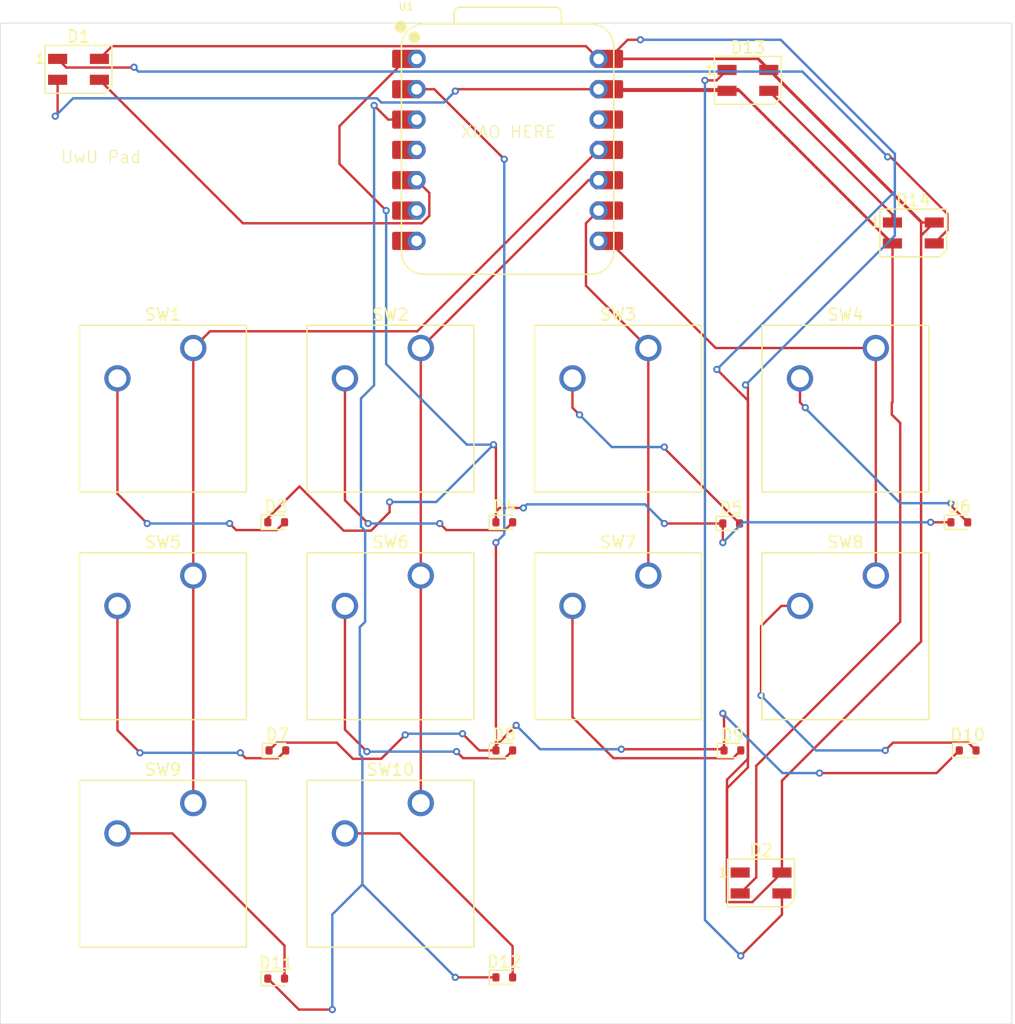
<source format=kicad_pcb>
(kicad_pcb (version 20241229) (generator "pcbnew") (generator_version "9.0")
  (layers (0 "F.Cu" signal) (2 "B.Cu" signal) (13 "F.Paste" user) (15 "B.Paste" user) (5 "F.SilkS" user "F.Silkscreen") (7 "B.SilkS" user "B.Silkscreen") (1 "F.Mask" user) (3 "B.Mask" user) (25 "Edge.Cuts" user))
  (net 0 "")
  (net 1 "Net-(D1-DOUT)")
  (net 2 "+5V")
  (net 3 "LEDs")
  (net 4 "GND")
  (net 6 "Net-(D13-DOUT)")
  (net 7 "ROW 0")
  (net 8 "Net-(D3-A)")
  (net 9 "Net-(D4-A)")
  (net 10 "Net-(D5-A)")
  (net 11 "Net-(D6-A)")
  (net 15 "ROW 1")
  (net 16 "Net-(D7-A)")
  (net 17 "Net-(D8-A)")
  (net 18 "Net-(D9-A)")
  (net 19 "Net-(D10-A)")
  (net 20 "Net-(D11-A)")
  (net 21 "ROW 2")
  (net 22 "Net-(D12-A)")
  (net 23 "Net-(D13-DIN)")
  (net 24 "COL 0")
  (net 25 "COL 1")
  (net 26 "COL 2")
  (net 27 "COL 3")
  (footprint "Button_Switch_Keyboard:SW_Cherry_MX_1.00u_PCB" (layer "F.Cu") (at 76.35875 104.4575)
    (property "Reference" "SW5" (at -2.54 -2.794 0) (layer "F.SilkS"))
    (property "Value" "SW_Push")
    (fp_line (start -9.525 -1.905) (end 4.445 -1.905) (stroke (width 0.12)) (layer "F.SilkS"))
    (fp_line (start -9.525 12.065) (end -9.525 -1.905) (stroke (width 0.12)) (layer "F.SilkS"))
    (fp_line (start 4.445 -1.905) (end 4.445 12.065) (stroke (width 0.12)) (layer "F.SilkS"))
    (fp_line (start 4.445 12.065) (end -9.525 12.065) (stroke (width 0.12)) (layer "F.SilkS"))
    (pad "" np_thru_hole circle (at -7.62 5.08) (size 1.7 1.7) (drill 1.7) (layers "*.Cu" "*.Mask"))
    (pad "" np_thru_hole circle (at -2.54 5.08) (size 4 4) (drill 4) (layers "*.Cu" "*.Mask"))
    (pad "" np_thru_hole circle (at 2.54 5.08) (size 1.7 1.7) (drill 1.7) (layers "*.Cu" "*.Mask"))
    (pad "1" thru_hole circle (at 0 0) (size 2.2 2.2) (drill 1.5) (layers "*.Cu" "*.Mask") (net 24 "COL 0"))
    (pad "2" thru_hole circle (at -6.35 2.54) (size 2.2 2.2) (drill 1.5) (layers "*.Cu" "*.Mask") (net 16 "Net-(D7-A)"))
  )
  (footprint "Button_Switch_Keyboard:SW_Cherry_MX_1.00u_PCB" (layer "F.Cu") (at 76.35875 85.4075)
    (property "Reference" "SW1" (at -2.54 -2.794 0) (layer "F.SilkS"))
    (property "Value" "SW_Push")
    (fp_line (start -9.525 -1.905) (end 4.445 -1.905) (stroke (width 0.12)) (layer "F.SilkS"))
    (fp_line (start -9.525 12.065) (end -9.525 -1.905) (stroke (width 0.12)) (layer "F.SilkS"))
    (fp_line (start 4.445 -1.905) (end 4.445 12.065) (stroke (width 0.12)) (layer "F.SilkS"))
    (fp_line (start 4.445 12.065) (end -9.525 12.065) (stroke (width 0.12)) (layer "F.SilkS"))
    (pad "" np_thru_hole circle (at -7.62 5.08) (size 1.7 1.7) (drill 1.7) (layers "*.Cu" "*.Mask"))
    (pad "" np_thru_hole circle (at -2.54 5.08) (size 4 4) (drill 4) (layers "*.Cu" "*.Mask"))
    (pad "" np_thru_hole circle (at 2.54 5.08) (size 1.7 1.7) (drill 1.7) (layers "*.Cu" "*.Mask"))
    (pad "1" thru_hole circle (at 0 0) (size 2.2 2.2) (drill 1.5) (layers "*.Cu" "*.Mask") (net 24 "COL 0"))
    (pad "2" thru_hole circle (at -6.35 2.54) (size 2.2 2.2) (drill 1.5) (layers "*.Cu" "*.Mask") (net 8 "Net-(D3-A)"))
  )
  (footprint "Diode_SMD:D_SOD-523" (layer "F.Cu") (at 121.5 119.1)
    (property "Reference" "D9" (at 0 -1.3 0) (layer "F.SilkS"))
    (property "Value" "1N4148WT")
    (fp_line (start -1.26 -0.6) (end -1.26 0.6) (stroke (width 0.12)) (layer "F.SilkS"))
    (fp_line (start 0.7 -0.6) (end -1.26 -0.6) (stroke (width 0.12)) (layer "F.SilkS"))
    (fp_line (start 0.7 0.6) (end -1.26 0.6) (stroke (width 0.12)) (layer "F.SilkS"))
    (pad "1" smd roundrect (at -0.7 0 180) (size 0.6 0.7) (layers "F.Cu" "F.Mask" "F.Paste") (net 15 "ROW 1"))
    (pad "2" smd roundrect (at 0.7 0 180) (size 0.6 0.7) (layers "F.Cu" "F.Mask" "F.Paste") (net 18 "Net-(D9-A)"))
  )
  (footprint "LED_SMD:LED_SK6812MINI_PLCC4_3.5x3.5mm_P1.75mm" (layer "F.Cu") (at 136.65 75.775)
    (property "Reference" "D14" (at 0 -2.75 0) (layer "F.SilkS"))
    (property "Value" "SK6812MINI")
    (fp_line (start -2.8 -2) (end -2.8 2) (stroke (width 0.12)) (layer "F.SilkS"))
    (fp_line (start -2.8 -2) (end 2.8 -2) (stroke (width 0.12)) (layer "F.SilkS"))
    (fp_line (start -2.8 2) (end 2.2 2) (stroke (width 0.12)) (layer "F.SilkS"))
    (fp_line (start 2.8 1.4) (end 2.2 2) (stroke (width 0.12)) (layer "F.SilkS"))
    (fp_line (start 2.8 1.4) (end 2.8 -2) (stroke (width 0.12)) (layer "F.SilkS"))
    (fp_text user "1" (at -3.2 -0.875 0) (layer "F.SilkS") (effects (font (size 0.8 0.8))))
    (pad "1" smd rect (at -1.75 -0.875) (size 1.6 0.85) (layers "F.Cu" "F.Mask" "F.Paste") (net 23 "Net-(D13-DIN)"))
    (pad "2" smd rect (at -1.75 0.875) (size 1.6 0.85) (layers "F.Cu" "F.Mask" "F.Paste") (net 4 "GND"))
    (pad "3" smd rect (at 1.75 0.875) (size 1.6 0.85) (layers "F.Cu" "F.Mask" "F.Paste") (net 1 "Net-(D1-DOUT)"))
    (pad "4" smd rect (at 1.75 -0.875) (size 1.6 0.85) (layers "F.Cu" "F.Mask" "F.Paste") (net 2 "+5V"))
  )
  (footprint "OPL:XIAO-RP2040-DIP" (layer "F.Cu") (at 102.68 68.82)
    (property "Reference" "U1" (at -8.5 -12 0) (layer "F.SilkS") (effects (font (size 0.635 0.635) (thickness 0.1016))))
    (property "Value" "XIAO-RP2040-DIP")
    (fp_line (start -8.89 8.509) (end -8.89 -8.636) (stroke (width 0.127)) (layer "F.SilkS"))
    (fp_line (start -6.985 10.414) (end 6.985 10.414) (stroke (width 0.127)) (layer "F.SilkS"))
    (fp_line (start -4.495 -10.541) (end -4.491272 -11.451272) (stroke (width 0.127)) (layer "F.SilkS"))
    (fp_line (start -3.991272 -11.951) (end 4.004 -11.951) (stroke (width 0.127)) (layer "F.SilkS"))
    (fp_line (start 4.504 -11.451) (end 4.504 -10.541) (stroke (width 0.127)) (layer "F.SilkS"))
    (fp_line (start 6.985 -10.541) (end -6.985 -10.541) (stroke (width 0.1)) (layer "F.SilkS"))
    (fp_line (start 6.985 -10.541) (end -6.985 -10.541) (stroke (width 0.127)) (layer "F.SilkS"))
    (fp_line (start 8.89 8.509) (end 8.89 -8.636) (stroke (width 0.127)) (layer "F.SilkS"))
    (fp_arc (start -8.89 -8.636) (mid -8.332038 -9.983038) (end -6.985 -10.541) (stroke (width 0.127)) (layer "F.SilkS"))
    (fp_arc (start -6.985 10.414) (mid -8.332038 9.856038) (end -8.89 8.509) (stroke (width 0.127)) (layer "F.SilkS"))
    (fp_arc (start -4.491272 -11.451272) (mid -4.344728 -11.80464) (end -3.991272 -11.951) (stroke (width 0.127)) (layer "F.SilkS"))
    (fp_arc (start 4.004 -11.951) (mid 4.357553 -11.804553) (end 4.504 -11.451) (stroke (width 0.127)) (layer "F.SilkS"))
    (fp_arc (start 6.985 -10.541) (mid 8.332038 -9.983038) (end 8.89 -8.636) (stroke (width 0.127)) (layer "F.SilkS"))
    (fp_arc (start 8.89 8.509) (mid 8.332038 9.856038) (end 6.985 10.414) (stroke (width 0.127)) (layer "F.SilkS"))
    (fp_circle (center -8.95 -10.3) (end -8.95 -10.554) (stroke (width 0.5)) (fill yes) (layer "F.SilkS"))
    (fp_circle (center -7.807 -9.42) (end -7.807 -9.674) (stroke (width 0.5)) (fill yes) (layer "F.SilkS"))
    (pad "1" smd roundrect (at -8.455 -7.62 180) (size 2.432 1.524) (layers "F.Cu" "F.Mask") (roundrect_rratio 0.1) (net 7 "ROW 0"))
    (pad "1" thru_hole circle (at -7.62 -7.62 180) (size 1.524 1.524) (drill 0.889) (layers "*.Cu" "*.Mask") (net 7 "ROW 0"))
    (pad "2" smd roundrect (at -8.455 -5.08 180) (size 2.432 1.524) (layers "F.Cu" "F.Mask") (roundrect_rratio 0.1) (net 15 "ROW 1"))
    (pad "2" thru_hole circle (at -7.62 -5.08 180) (size 1.524 1.524) (drill 0.889) (layers "*.Cu" "*.Mask") (net 15 "ROW 1"))
    (pad "3" smd roundrect (at -8.455 -2.54 180) (size 2.432 1.524) (layers "F.Cu" "F.Mask") (roundrect_rratio 0.1) (net 21 "ROW 2"))
    (pad "3" thru_hole circle (at -7.62 -2.54 180) (size 1.524 1.524) (drill 0.889) (layers "*.Cu" "*.Mask") (net 21 "ROW 2"))
    (pad "4" smd roundrect (at -8.455 0 180) (size 2.432 1.524) (layers "F.Cu" "F.Mask") (roundrect_rratio 0.1))
    (pad "4" thru_hole circle (at -7.62 0 180) (size 1.524 1.524) (drill 0.889) (layers "*.Cu" "*.Mask"))
    (pad "5" smd roundrect (at -8.455 2.54 180) (size 2.432 1.524) (layers "F.Cu" "F.Mask") (roundrect_rratio 0.1) (net 3 "LEDs"))
    (pad "5" thru_hole circle (at -7.62 2.54 180) (size 1.524 1.524) (drill 0.889) (layers "*.Cu" "*.Mask") (net 3 "LEDs"))
    (pad "6" smd roundrect (at -8.455 5.08 180) (size 2.432 1.524) (layers "F.Cu" "F.Mask") (roundrect_rratio 0.1))
    (pad "6" thru_hole circle (at -7.62 5.08 180) (size 1.524 1.524) (drill 0.889) (layers "*.Cu" "*.Mask"))
    (pad "7" smd roundrect (at -8.455 7.62 180) (size 2.432 1.524) (layers "F.Cu" "F.Mask") (roundrect_rratio 0.1))
    (pad "7" thru_hole circle (at -7.62 7.62 180) (size 1.524 1.524) (drill 0.889) (layers "*.Cu" "*.Mask"))
    (pad "8" thru_hole circle (at 7.62 7.62) (size 1.524 1.524) (drill 0.889) (layers "*.Cu" "*.Mask") (net 27 "COL 3"))
    (pad "8" smd roundrect (at 8.455 7.62) (size 2.432 1.524) (layers "F.Cu" "F.Mask") (roundrect_rratio 0.1) (net 27 "COL 3"))
    (pad "9" thru_hole circle (at 7.62 5.08) (size 1.524 1.524) (drill 0.889) (layers "*.Cu" "*.Mask") (net 26 "COL 2"))
    (pad "9" smd roundrect (at 8.455 5.08) (size 2.432 1.524) (layers "F.Cu" "F.Mask") (roundrect_rratio 0.1) (net 26 "COL 2"))
    (pad "10" thru_hole circle (at 7.62 2.54) (size 1.524 1.524) (drill 0.889) (layers "*.Cu" "*.Mask") (net 25 "COL 1"))
    (pad "10" smd roundrect (at 8.455 2.54) (size 2.432 1.524) (layers "F.Cu" "F.Mask") (roundrect_rratio 0.1) (net 25 "COL 1"))
    (pad "11" thru_hole circle (at 7.62 0) (size 1.524 1.524) (drill 0.889) (layers "*.Cu" "*.Mask") (net 24 "COL 0"))
    (pad "11" smd roundrect (at 8.455 0) (size 2.432 1.524) (layers "F.Cu" "F.Mask") (roundrect_rratio 0.1) (net 24 "COL 0"))
    (pad "12" thru_hole circle (at 7.62 -2.54) (size 1.524 1.524) (drill 0.889) (layers "*.Cu" "*.Mask"))
    (pad "12" smd roundrect (at 8.455 -2.54) (size 2.432 1.524) (layers "F.Cu" "F.Mask") (roundrect_rratio 0.1))
    (pad "13" thru_hole circle (at 7.62 -5.08) (size 1.524 1.524) (drill 0.889) (layers "*.Cu" "*.Mask") (net 4 "GND"))
    (pad "13" smd roundrect (at 8.455 -5.08) (size 2.432 1.524) (layers "F.Cu" "F.Mask") (roundrect_rratio 0.1) (net 4 "GND"))
    (pad "14" thru_hole circle (at 7.62 -7.62) (size 1.524 1.524) (drill 0.889) (layers "*.Cu" "*.Mask") (net 2 "+5V"))
    (pad "14" smd roundrect (at 8.455 -7.62) (size 2.432 1.524) (layers "F.Cu" "F.Mask") (roundrect_rratio 0.1) (net 2 "+5V"))
  )
  (footprint "LED_SMD:LED_SK6812MINI_PLCC4_3.5x3.5mm_P1.75mm" (layer "F.Cu") (at 66.75 62.075)
    (property "Reference" "D1" (at 0 -2.75 0) (layer "F.SilkS"))
    (property "Value" "SK6812MINI")
    (fp_line (start -2.8 -2) (end -2.8 2) (stroke (width 0.12)) (layer "F.SilkS"))
    (fp_line (start -2.8 -2) (end 2.8 -2) (stroke (width 0.12)) (layer "F.SilkS"))
    (fp_line (start -2.8 2) (end 2.2 2) (stroke (width 0.12)) (layer "F.SilkS"))
    (fp_line (start 2.8 1.4) (end 2.2 2) (stroke (width 0.12)) (layer "F.SilkS"))
    (fp_line (start 2.8 1.4) (end 2.8 -2) (stroke (width 0.12)) (layer "F.SilkS"))
    (fp_text user "1" (at -3.2 -0.875 0) (layer "F.SilkS") (effects (font (size 0.8 0.8))))
    (pad "1" smd rect (at -1.75 -0.875) (size 1.6 0.85) (layers "F.Cu" "F.Mask" "F.Paste") (net 1 "Net-(D1-DOUT)"))
    (pad "2" smd rect (at -1.75 0.875) (size 1.6 0.85) (layers "F.Cu" "F.Mask" "F.Paste") (net 4 "GND"))
    (pad "3" smd rect (at 1.75 0.875) (size 1.6 0.85) (layers "F.Cu" "F.Mask" "F.Paste") (net 3 "LEDs"))
    (pad "4" smd rect (at 1.75 -0.875) (size 1.6 0.85) (layers "F.Cu" "F.Mask" "F.Paste") (net 2 "+5V"))
  )
  (footprint "Diode_SMD:D_SOD-523" (layer "F.Cu") (at 121.4 100.1)
    (property "Reference" "D5" (at 0 -1.3 0) (layer "F.SilkS"))
    (property "Value" "1N4148WT")
    (fp_line (start -1.26 -0.6) (end -1.26 0.6) (stroke (width 0.12)) (layer "F.SilkS"))
    (fp_line (start 0.7 -0.6) (end -1.26 -0.6) (stroke (width 0.12)) (layer "F.SilkS"))
    (fp_line (start 0.7 0.6) (end -1.26 0.6) (stroke (width 0.12)) (layer "F.SilkS"))
    (pad "1" smd roundrect (at -0.7 0 180) (size 0.6 0.7) (layers "F.Cu" "F.Mask" "F.Paste") (net 7 "ROW 0"))
    (pad "2" smd roundrect (at 0.7 0 180) (size 0.6 0.7) (layers "F.Cu" "F.Mask" "F.Paste") (net 10 "Net-(D5-A)"))
  )
  (footprint "Button_Switch_Keyboard:SW_Cherry_MX_1.00u_PCB" (layer "F.Cu") (at 95.40875 123.5075)
    (property "Reference" "SW10" (at -2.54 -2.794 0) (layer "F.SilkS"))
    (property "Value" "SW_Push")
    (fp_line (start -9.525 -1.905) (end 4.445 -1.905) (stroke (width 0.12)) (layer "F.SilkS"))
    (fp_line (start -9.525 12.065) (end -9.525 -1.905) (stroke (width 0.12)) (layer "F.SilkS"))
    (fp_line (start 4.445 -1.905) (end 4.445 12.065) (stroke (width 0.12)) (layer "F.SilkS"))
    (fp_line (start 4.445 12.065) (end -9.525 12.065) (stroke (width 0.12)) (layer "F.SilkS"))
    (pad "" np_thru_hole circle (at -7.62 5.08) (size 1.7 1.7) (drill 1.7) (layers "*.Cu" "*.Mask"))
    (pad "" np_thru_hole circle (at -2.54 5.08) (size 4 4) (drill 4) (layers "*.Cu" "*.Mask"))
    (pad "" np_thru_hole circle (at 2.54 5.08) (size 1.7 1.7) (drill 1.7) (layers "*.Cu" "*.Mask"))
    (pad "1" thru_hole circle (at 0 0) (size 2.2 2.2) (drill 1.5) (layers "*.Cu" "*.Mask") (net 25 "COL 1"))
    (pad "2" thru_hole circle (at -6.35 2.54) (size 2.2 2.2) (drill 1.5) (layers "*.Cu" "*.Mask") (net 22 "Net-(D12-A)"))
  )
  (footprint "Diode_SMD:D_SOD-523" (layer "F.Cu") (at 83.4 119.1)
    (property "Reference" "D7" (at 0 -1.3 0) (layer "F.SilkS"))
    (property "Value" "1N4148WT")
    (fp_line (start -1.26 -0.6) (end -1.26 0.6) (stroke (width 0.12)) (layer "F.SilkS"))
    (fp_line (start 0.7 -0.6) (end -1.26 -0.6) (stroke (width 0.12)) (layer "F.SilkS"))
    (fp_line (start 0.7 0.6) (end -1.26 0.6) (stroke (width 0.12)) (layer "F.SilkS"))
    (pad "1" smd roundrect (at -0.7 0 180) (size 0.6 0.7) (layers "F.Cu" "F.Mask" "F.Paste") (net 15 "ROW 1"))
    (pad "2" smd roundrect (at 0.7 0 180) (size 0.6 0.7) (layers "F.Cu" "F.Mask" "F.Paste") (net 16 "Net-(D7-A)"))
  )
  (footprint "Diode_SMD:D_SOD-523" (layer "F.Cu") (at 140.5 100)
    (property "Reference" "D6" (at 0 -1.3 0) (layer "F.SilkS"))
    (property "Value" "1N4148WT")
    (fp_line (start -1.26 -0.6) (end -1.26 0.6) (stroke (width 0.12)) (layer "F.SilkS"))
    (fp_line (start 0.7 -0.6) (end -1.26 -0.6) (stroke (width 0.12)) (layer "F.SilkS"))
    (fp_line (start 0.7 0.6) (end -1.26 0.6) (stroke (width 0.12)) (layer "F.SilkS"))
    (pad "1" smd roundrect (at -0.7 0 180) (size 0.6 0.7) (layers "F.Cu" "F.Mask" "F.Paste") (net 7 "ROW 0"))
    (pad "2" smd roundrect (at 0.7 0 180) (size 0.6 0.7) (layers "F.Cu" "F.Mask" "F.Paste") (net 11 "Net-(D6-A)"))
  )
  (footprint "Button_Switch_Keyboard:SW_Cherry_MX_1.00u_PCB" (layer "F.Cu") (at 133.50875 104.4575)
    (property "Reference" "SW8" (at -2.54 -2.794 0) (layer "F.SilkS"))
    (property "Value" "SW_Push")
    (fp_line (start -9.525 -1.905) (end 4.445 -1.905) (stroke (width 0.12)) (layer "F.SilkS"))
    (fp_line (start -9.525 12.065) (end -9.525 -1.905) (stroke (width 0.12)) (layer "F.SilkS"))
    (fp_line (start 4.445 -1.905) (end 4.445 12.065) (stroke (width 0.12)) (layer "F.SilkS"))
    (fp_line (start 4.445 12.065) (end -9.525 12.065) (stroke (width 0.12)) (layer "F.SilkS"))
    (pad "" np_thru_hole circle (at -7.62 5.08) (size 1.7 1.7) (drill 1.7) (layers "*.Cu" "*.Mask"))
    (pad "" np_thru_hole circle (at -2.54 5.08) (size 4 4) (drill 4) (layers "*.Cu" "*.Mask"))
    (pad "" np_thru_hole circle (at 2.54 5.08) (size 1.7 1.7) (drill 1.7) (layers "*.Cu" "*.Mask"))
    (pad "1" thru_hole circle (at 0 0) (size 2.2 2.2) (drill 1.5) (layers "*.Cu" "*.Mask") (net 27 "COL 3"))
    (pad "2" thru_hole circle (at -6.35 2.54) (size 2.2 2.2) (drill 1.5) (layers "*.Cu" "*.Mask") (net 19 "Net-(D10-A)"))
  )
  (footprint "LED_SMD:LED_SK6812MINI_PLCC4_3.5x3.5mm_P1.75mm" (layer "F.Cu") (at 122.8 63)
    (property "Reference" "D13" (at 0 -2.75 0) (layer "F.SilkS"))
    (property "Value" "SK6812MINI")
    (fp_line (start -2.8 -2) (end -2.8 2) (stroke (width 0.12)) (layer "F.SilkS"))
    (fp_line (start -2.8 -2) (end 2.8 -2) (stroke (width 0.12)) (layer "F.SilkS"))
    (fp_line (start -2.8 2) (end 2.2 2) (stroke (width 0.12)) (layer "F.SilkS"))
    (fp_line (start 2.8 1.4) (end 2.2 2) (stroke (width 0.12)) (layer "F.SilkS"))
    (fp_line (start 2.8 1.4) (end 2.8 -2) (stroke (width 0.12)) (layer "F.SilkS"))
    (fp_text user "1" (at -3.2 -0.875 0) (layer "F.SilkS") (effects (font (size 0.8 0.8))))
    (pad "1" smd rect (at -1.75 -0.875) (size 1.6 0.85) (layers "F.Cu" "F.Mask" "F.Paste") (net 6 "Net-(D13-DOUT)"))
    (pad "2" smd rect (at -1.75 0.875) (size 1.6 0.85) (layers "F.Cu" "F.Mask" "F.Paste") (net 4 "GND"))
    (pad "3" smd rect (at 1.75 0.875) (size 1.6 0.85) (layers "F.Cu" "F.Mask" "F.Paste") (net 23 "Net-(D13-DIN)"))
    (pad "4" smd rect (at 1.75 -0.875) (size 1.6 0.85) (layers "F.Cu" "F.Mask" "F.Paste") (net 2 "+5V"))
  )
  (footprint "Diode_SMD:D_SOD-523" (layer "F.Cu") (at 102.4 138.1)
    (property "Reference" "D12" (at 0 -1.3 0) (layer "F.SilkS"))
    (property "Value" "1N4148WT")
    (fp_line (start -1.26 -0.6) (end -1.26 0.6) (stroke (width 0.12)) (layer "F.SilkS"))
    (fp_line (start 0.7 -0.6) (end -1.26 -0.6) (stroke (width 0.12)) (layer "F.SilkS"))
    (fp_line (start 0.7 0.6) (end -1.26 0.6) (stroke (width 0.12)) (layer "F.SilkS"))
    (pad "1" smd roundrect (at -0.7 0 180) (size 0.6 0.7) (layers "F.Cu" "F.Mask" "F.Paste") (net 21 "ROW 2"))
    (pad "2" smd roundrect (at 0.7 0 180) (size 0.6 0.7) (layers "F.Cu" "F.Mask" "F.Paste") (net 22 "Net-(D12-A)"))
  )
  (footprint "Diode_SMD:D_SOD-523" (layer "F.Cu") (at 102.4 119.1)
    (property "Reference" "D8" (at 0 -1.3 0) (layer "F.SilkS"))
    (property "Value" "1N4148WT")
    (fp_line (start -1.26 -0.6) (end -1.26 0.6) (stroke (width 0.12)) (layer "F.SilkS"))
    (fp_line (start 0.7 -0.6) (end -1.26 -0.6) (stroke (width 0.12)) (layer "F.SilkS"))
    (fp_line (start 0.7 0.6) (end -1.26 0.6) (stroke (width 0.12)) (layer "F.SilkS"))
    (pad "1" smd roundrect (at -0.7 0 180) (size 0.6 0.7) (layers "F.Cu" "F.Mask" "F.Paste") (net 15 "ROW 1"))
    (pad "2" smd roundrect (at 0.7 0 180) (size 0.6 0.7) (layers "F.Cu" "F.Mask" "F.Paste") (net 17 "Net-(D8-A)"))
  )
  (footprint "Button_Switch_Keyboard:SW_Cherry_MX_1.00u_PCB" (layer "F.Cu") (at 114.45875 85.4075)
    (property "Reference" "SW3" (at -2.54 -2.794 0) (layer "F.SilkS"))
    (property "Value" "SW_Push")
    (fp_line (start -9.525 -1.905) (end 4.445 -1.905) (stroke (width 0.12)) (layer "F.SilkS"))
    (fp_line (start -9.525 12.065) (end -9.525 -1.905) (stroke (width 0.12)) (layer "F.SilkS"))
    (fp_line (start 4.445 -1.905) (end 4.445 12.065) (stroke (width 0.12)) (layer "F.SilkS"))
    (fp_line (start 4.445 12.065) (end -9.525 12.065) (stroke (width 0.12)) (layer "F.SilkS"))
    (pad "" np_thru_hole circle (at -7.62 5.08) (size 1.7 1.7) (drill 1.7) (layers "*.Cu" "*.Mask"))
    (pad "" np_thru_hole circle (at -2.54 5.08) (size 4 4) (drill 4) (layers "*.Cu" "*.Mask"))
    (pad "" np_thru_hole circle (at 2.54 5.08) (size 1.7 1.7) (drill 1.7) (layers "*.Cu" "*.Mask"))
    (pad "1" thru_hole circle (at 0 0) (size 2.2 2.2) (drill 1.5) (layers "*.Cu" "*.Mask") (net 26 "COL 2"))
    (pad "2" thru_hole circle (at -6.35 2.54) (size 2.2 2.2) (drill 1.5) (layers "*.Cu" "*.Mask") (net 10 "Net-(D5-A)"))
  )
  (footprint "Diode_SMD:D_SOD-523" (layer "F.Cu") (at 102.4 100)
    (property "Reference" "D4" (at 0 -1.3 0) (layer "F.SilkS"))
    (property "Value" "1N4148WT")
    (fp_line (start -1.26 -0.6) (end -1.26 0.6) (stroke (width 0.12)) (layer "F.SilkS"))
    (fp_line (start 0.7 -0.6) (end -1.26 -0.6) (stroke (width 0.12)) (layer "F.SilkS"))
    (fp_line (start 0.7 0.6) (end -1.26 0.6) (stroke (width 0.12)) (layer "F.SilkS"))
    (pad "1" smd roundrect (at -0.7 0 180) (size 0.6 0.7) (layers "F.Cu" "F.Mask" "F.Paste") (net 7 "ROW 0"))
    (pad "2" smd roundrect (at 0.7 0 180) (size 0.6 0.7) (layers "F.Cu" "F.Mask" "F.Paste") (net 9 "Net-(D4-A)"))
  )
  (footprint "Diode_SMD:D_SOD-523" (layer "F.Cu") (at 83.3 138.2)
    (property "Reference" "D11" (at 0 -1.3 0) (layer "F.SilkS"))
    (property "Value" "1N4148WT")
    (fp_line (start -1.26 -0.6) (end -1.26 0.6) (stroke (width 0.12)) (layer "F.SilkS"))
    (fp_line (start 0.7 -0.6) (end -1.26 -0.6) (stroke (width 0.12)) (layer "F.SilkS"))
    (fp_line (start 0.7 0.6) (end -1.26 0.6) (stroke (width 0.12)) (layer "F.SilkS"))
    (pad "1" smd roundrect (at -0.7 0 180) (size 0.6 0.7) (layers "F.Cu" "F.Mask" "F.Paste") (net 21 "ROW 2"))
    (pad "2" smd roundrect (at 0.7 0 180) (size 0.6 0.7) (layers "F.Cu" "F.Mask" "F.Paste") (net 20 "Net-(D11-A)"))
  )
  (footprint "Button_Switch_Keyboard:SW_Cherry_MX_1.00u_PCB" (layer "F.Cu") (at 114.45875 104.4575)
    (property "Reference" "SW7" (at -2.54 -2.794 0) (layer "F.SilkS"))
    (property "Value" "SW_Push")
    (fp_line (start -9.525 -1.905) (end 4.445 -1.905) (stroke (width 0.12)) (layer "F.SilkS"))
    (fp_line (start -9.525 12.065) (end -9.525 -1.905) (stroke (width 0.12)) (layer "F.SilkS"))
    (fp_line (start 4.445 -1.905) (end 4.445 12.065) (stroke (width 0.12)) (layer "F.SilkS"))
    (fp_line (start 4.445 12.065) (end -9.525 12.065) (stroke (width 0.12)) (layer "F.SilkS"))
    (pad "" np_thru_hole circle (at -7.62 5.08) (size 1.7 1.7) (drill 1.7) (layers "*.Cu" "*.Mask"))
    (pad "" np_thru_hole circle (at -2.54 5.08) (size 4 4) (drill 4) (layers "*.Cu" "*.Mask"))
    (pad "" np_thru_hole circle (at 2.54 5.08) (size 1.7 1.7) (drill 1.7) (layers "*.Cu" "*.Mask"))
    (pad "1" thru_hole circle (at 0 0) (size 2.2 2.2) (drill 1.5) (layers "*.Cu" "*.Mask") (net 26 "COL 2"))
    (pad "2" thru_hole circle (at -6.35 2.54) (size 2.2 2.2) (drill 1.5) (layers "*.Cu" "*.Mask") (net 18 "Net-(D9-A)"))
  )
  (footprint "Diode_SMD:D_SOD-523" (layer "F.Cu") (at 141.2 119.1)
    (property "Reference" "D10" (at 0 -1.3 0) (layer "F.SilkS"))
    (property "Value" "1N4148WT")
    (fp_line (start -1.26 -0.6) (end -1.26 0.6) (stroke (width 0.12)) (layer "F.SilkS"))
    (fp_line (start 0.7 -0.6) (end -1.26 -0.6) (stroke (width 0.12)) (layer "F.SilkS"))
    (fp_line (start 0.7 0.6) (end -1.26 0.6) (stroke (width 0.12)) (layer "F.SilkS"))
    (pad "1" smd roundrect (at -0.7 0 180) (size 0.6 0.7) (layers "F.Cu" "F.Mask" "F.Paste") (net 15 "ROW 1"))
    (pad "2" smd roundrect (at 0.7 0 180) (size 0.6 0.7) (layers "F.Cu" "F.Mask" "F.Paste") (net 19 "Net-(D10-A)"))
  )
  (footprint "Button_Switch_Keyboard:SW_Cherry_MX_1.00u_PCB" (layer "F.Cu") (at 133.50875 85.4075)
    (property "Reference" "SW4" (at -2.54 -2.794 0) (layer "F.SilkS"))
    (property "Value" "SW_Push")
    (fp_line (start -9.525 -1.905) (end 4.445 -1.905) (stroke (width 0.12)) (layer "F.SilkS"))
    (fp_line (start -9.525 12.065) (end -9.525 -1.905) (stroke (width 0.12)) (layer "F.SilkS"))
    (fp_line (start 4.445 -1.905) (end 4.445 12.065) (stroke (width 0.12)) (layer "F.SilkS"))
    (fp_line (start 4.445 12.065) (end -9.525 12.065) (stroke (width 0.12)) (layer "F.SilkS"))
    (pad "" np_thru_hole circle (at -7.62 5.08) (size 1.7 1.7) (drill 1.7) (layers "*.Cu" "*.Mask"))
    (pad "" np_thru_hole circle (at -2.54 5.08) (size 4 4) (drill 4) (layers "*.Cu" "*.Mask"))
    (pad "" np_thru_hole circle (at 2.54 5.08) (size 1.7 1.7) (drill 1.7) (layers "*.Cu" "*.Mask"))
    (pad "1" thru_hole circle (at 0 0) (size 2.2 2.2) (drill 1.5) (layers "*.Cu" "*.Mask") (net 27 "COL 3"))
    (pad "2" thru_hole circle (at -6.35 2.54) (size 2.2 2.2) (drill 1.5) (layers "*.Cu" "*.Mask") (net 11 "Net-(D6-A)"))
  )
  (footprint "Button_Switch_Keyboard:SW_Cherry_MX_1.00u_PCB" (layer "F.Cu") (at 95.40875 85.4075)
    (property "Reference" "SW2" (at -2.54 -2.794 0) (layer "F.SilkS"))
    (property "Value" "SW_Push")
    (fp_line (start -9.525 -1.905) (end 4.445 -1.905) (stroke (width 0.12)) (layer "F.SilkS"))
    (fp_line (start -9.525 12.065) (end -9.525 -1.905) (stroke (width 0.12)) (layer "F.SilkS"))
    (fp_line (start 4.445 -1.905) (end 4.445 12.065) (stroke (width 0.12)) (layer "F.SilkS"))
    (fp_line (start 4.445 12.065) (end -9.525 12.065) (stroke (width 0.12)) (layer "F.SilkS"))
    (pad "" np_thru_hole circle (at -7.62 5.08) (size 1.7 1.7) (drill 1.7) (layers "*.Cu" "*.Mask"))
    (pad "" np_thru_hole circle (at -2.54 5.08) (size 4 4) (drill 4) (layers "*.Cu" "*.Mask"))
    (pad "" np_thru_hole circle (at 2.54 5.08) (size 1.7 1.7) (drill 1.7) (layers "*.Cu" "*.Mask"))
    (pad "1" thru_hole circle (at 0 0) (size 2.2 2.2) (drill 1.5) (layers "*.Cu" "*.Mask") (net 25 "COL 1"))
    (pad "2" thru_hole circle (at -6.35 2.54) (size 2.2 2.2) (drill 1.5) (layers "*.Cu" "*.Mask") (net 9 "Net-(D4-A)"))
  )
  (footprint "Button_Switch_Keyboard:SW_Cherry_MX_1.00u_PCB" (layer "F.Cu") (at 76.35875 123.5075)
    (property "Reference" "SW9" (at -2.54 -2.794 0) (layer "F.SilkS"))
    (property "Value" "SW_Push")
    (fp_line (start -9.525 -1.905) (end 4.445 -1.905) (stroke (width 0.12)) (layer "F.SilkS"))
    (fp_line (start -9.525 12.065) (end -9.525 -1.905) (stroke (width 0.12)) (layer "F.SilkS"))
    (fp_line (start 4.445 -1.905) (end 4.445 12.065) (stroke (width 0.12)) (layer "F.SilkS"))
    (fp_line (start 4.445 12.065) (end -9.525 12.065) (stroke (width 0.12)) (layer "F.SilkS"))
    (pad "" np_thru_hole circle (at -7.62 5.08) (size 1.7 1.7) (drill 1.7) (layers "*.Cu" "*.Mask"))
    (pad "" np_thru_hole circle (at -2.54 5.08) (size 4 4) (drill 4) (layers "*.Cu" "*.Mask"))
    (pad "" np_thru_hole circle (at 2.54 5.08) (size 1.7 1.7) (drill 1.7) (layers "*.Cu" "*.Mask"))
    (pad "1" thru_hole circle (at 0 0) (size 2.2 2.2) (drill 1.5) (layers "*.Cu" "*.Mask") (net 24 "COL 0"))
    (pad "2" thru_hole circle (at -6.35 2.54) (size 2.2 2.2) (drill 1.5) (layers "*.Cu" "*.Mask") (net 20 "Net-(D11-A)"))
  )
  (footprint "Button_Switch_Keyboard:SW_Cherry_MX_1.00u_PCB" (layer "F.Cu") (at 95.40875 104.4575)
    (property "Reference" "SW6" (at -2.54 -2.794 0) (layer "F.SilkS"))
    (property "Value" "SW_Push")
    (fp_line (start -9.525 -1.905) (end 4.445 -1.905) (stroke (width 0.12)) (layer "F.SilkS"))
    (fp_line (start -9.525 12.065) (end -9.525 -1.905) (stroke (width 0.12)) (layer "F.SilkS"))
    (fp_line (start 4.445 -1.905) (end 4.445 12.065) (stroke (width 0.12)) (layer "F.SilkS"))
    (fp_line (start 4.445 12.065) (end -9.525 12.065) (stroke (width 0.12)) (layer "F.SilkS"))
    (pad "" np_thru_hole circle (at -7.62 5.08) (size 1.7 1.7) (drill 1.7) (layers "*.Cu" "*.Mask"))
    (pad "" np_thru_hole circle (at -2.54 5.08) (size 4 4) (drill 4) (layers "*.Cu" "*.Mask"))
    (pad "" np_thru_hole circle (at 2.54 5.08) (size 1.7 1.7) (drill 1.7) (layers "*.Cu" "*.Mask"))
    (pad "1" thru_hole circle (at 0 0) (size 2.2 2.2) (drill 1.5) (layers "*.Cu" "*.Mask") (net 25 "COL 1"))
    (pad "2" thru_hole circle (at -6.35 2.54) (size 2.2 2.2) (drill 1.5) (layers "*.Cu" "*.Mask") (net 17 "Net-(D8-A)"))
  )
  (footprint "Diode_SMD:D_SOD-523" (layer "F.Cu") (at 83.3 100)
    (property "Reference" "D3" (at 0 -1.3 0) (layer "F.SilkS"))
    (property "Value" "1N4148WT")
    (fp_line (start -1.26 -0.6) (end -1.26 0.6) (stroke (width 0.12)) (layer "F.SilkS"))
    (fp_line (start 0.7 -0.6) (end -1.26 -0.6) (stroke (width 0.12)) (layer "F.SilkS"))
    (fp_line (start 0.7 0.6) (end -1.26 0.6) (stroke (width 0.12)) (layer "F.SilkS"))
    (pad "1" smd roundrect (at -0.7 0 180) (size 0.6 0.7) (layers "F.Cu" "F.Mask" "F.Paste") (net 7 "ROW 0"))
    (pad "2" smd roundrect (at 0.7 0 180) (size 0.6 0.7) (layers "F.Cu" "F.Mask" "F.Paste") (net 8 "Net-(D3-A)"))
  )
  (footprint "LED_SMD:LED_SK6812MINI_PLCC4_3.5x3.5mm_P1.75mm" (layer "F.Cu") (at 123.9 130.2)
    (property "Reference" "D2" (at 0 -2.75 0) (layer "F.SilkS"))
    (property "Value" "SK6812MINI")
    (fp_line (start -2.8 -2) (end -2.8 2) (stroke (width 0.12)) (layer "F.SilkS"))
    (fp_line (start -2.8 -2) (end 2.8 -2) (stroke (width 0.12)) (layer "F.SilkS"))
    (fp_line (start -2.8 2) (end 2.2 2) (stroke (width 0.12)) (layer "F.SilkS"))
    (fp_line (start 2.8 1.4) (end 2.2 2) (stroke (width 0.12)) (layer "F.SilkS"))
    (fp_line (start 2.8 1.4) (end 2.8 -2) (stroke (width 0.12)) (layer "F.SilkS"))
    (fp_text user "1" (at -3.2 -0.875 0) (layer "F.SilkS") (effects (font (size 0.8 0.8))))
    (pad "1" smd rect (at -1.75 -0.875) (size 1.6 0.85) (layers "F.Cu" "F.Mask" "F.Paste"))
    (pad "2" smd rect (at -1.75 0.875) (size 1.6 0.85) (layers "F.Cu" "F.Mask" "F.Paste") (net 4 "GND"))
    (pad "3" smd rect (at 1.75 0.875) (size 1.6 0.85) (layers "F.Cu" "F.Mask" "F.Paste") (net 6 "Net-(D13-DOUT)"))
    (pad "4" smd rect (at 1.75 -0.875) (size 1.6 0.85) (layers "F.Cu" "F.Mask" "F.Paste") (net 2 "+5V"))
  )
  (gr_rect (start 60.2 58.2) (end 144.9 142) (stroke (width 0.05)) (fill no) (layer "Edge.Cuts"))
  (gr_text "XIAO HERE" (at 98.7 67.9 0) (layer "F.SilkS") (effects (font (size 1 1) (thickness 0.1)) (justify left bottom)))
  (gr_text "UwU Pad" (at 65.2 70 0) (layer "F.SilkS") (effects (font (size 1 1) (thickness 0.1)) (justify left bottom)))
  (segment (start 71.374 61.926) (end 65.726 61.926) (width 0.2) (layer "F.Cu") (net 1))
  (segment (start 71.4 61.9) (end 71.374 61.926) (width 0.2) (layer "F.Cu") (net 1))
  (segment (start 139.501 75.549) (end 139.501 74.174) (width 0.2) (layer "F.Cu") (net 1))
  (segment (start 139.501 74.174) (end 134.727 69.4) (width 0.2) (layer "F.Cu") (net 1))
  (segment (start 138.4 76.65) (end 139.501 75.549) (width 0.2) (layer "F.Cu") (net 1))
  (segment (start 134.727 69.4) (end 134.5 69.4) (width 0.2) (layer "F.Cu") (net 1))
  (segment (start 65.726 61.926) (end 65 61.2) (width 0.2) (layer "F.Cu") (net 1))
  (via (at 71.4 61.9) (size 0.6) (drill 0.3) (layers "F.Cu" "B.Cu") (net 1))
  (via (at 134.5 69.4) (size 0.6) (drill 0.3) (layers "F.Cu" "B.Cu") (net 1))
  (segment (start 134.5 69.4) (end 127.363 62.263) (width 0.2) (layer "B.Cu") (net 1))
  (segment (start 71.763 62.263) (end 71.4 61.9) (width 0.2) (layer "B.Cu") (net 1))
  (segment (start 127.363 62.263) (end 71.763 62.263) (width 0.2) (layer "B.Cu") (net 1))
  (segment (start 121.049 122.27168) (end 122.801 120.51968) (width 0.2) (layer "F.Cu") (net 2))
  (segment (start 113.8 59.6) (end 112.735 59.6) (width 0.2) (layer "F.Cu") (net 2))
  (segment (start 123.625 61.2) (end 124.55 62.125) (width 0.2) (layer "F.Cu") (net 2))
  (segment (start 137.299 109.98572) (end 137.299 74.797) (width 0.2) (layer "F.Cu") (net 2))
  (segment (start 69.563 60.137) (end 109.237 60.137) (width 0.2) (layer "F.Cu") (net 2))
  (segment (start 112.735 59.6) (end 111.135 61.2) (width 0.2) (layer "F.Cu") (net 2))
  (segment (start 138.4 74.9) (end 137.325 74.9) (width 0.2) (layer "F.Cu") (net 2))
  (segment (start 122.801 120.51968) (end 122.801 89.801) (width 0.2) (layer "F.Cu") (net 2))
  (segment (start 109.237 60.137) (end 110.3 61.2) (width 0.2) (layer "F.Cu") (net 2))
  (segment (start 137.299 74.797) (end 123.702 61.2) (width 0.2) (layer "F.Cu") (net 2))
  (segment (start 125.65 129.325) (end 125.65 121.63472) (width 0.2) (layer "F.Cu") (net 2))
  (segment (start 123.702 61.2) (end 110.3 61.2) (width 0.2) (layer "F.Cu") (net 2))
  (segment (start 122.801 119.799) (end 122.801 88.701) (width 0.2) (layer "F.Cu") (net 2))
  (segment (start 125.65 129.325) (end 123.174 131.801) (width 0.2) (layer "F.Cu") (net 2))
  (segment (start 137.299 109.98572) (end 137.299 76.001) (width 0.2) (layer "F.Cu") (net 2))
  (segment (start 121.049 131.801) (end 121.049 122.27168) (width 0.2) (layer "F.Cu") (net 2))
  (segment (start 121.049 131.801) (end 121.049 121.551) (width 0.2) (layer "F.Cu") (net 2))
  (segment (start 137.299 76.001) (end 138.4 74.9) (width 0.2) (layer "F.Cu") (net 2))
  (segment (start 123.174 131.801) (end 121.049 131.801) (width 0.2) (layer "F.Cu") (net 2))
  (segment (start 125.65 121.63472) (end 137.299 109.98572) (width 0.2) (layer "F.Cu") (net 2))
  (segment (start 68.5 61.2) (end 69.563 60.137) (width 0.2) (layer "F.Cu") (net 2))
  (segment (start 121.049 121.551) (end 122.801 119.799) (width 0.2) (layer "F.Cu") (net 2))
  (segment (start 110.3 61.2) (end 123.625 61.2) (width 0.2) (layer "F.Cu") (net 2))
  (segment (start 122.801 88.701) (end 122.6 88.5) (width 0.2) (layer "F.Cu") (net 2))
  (segment (start 137.325 74.9) (end 124.55 62.125) (width 0.2) (layer "F.Cu") (net 2))
  (segment (start 122.801 89.801) (end 120.2 87.2) (width 0.2) (layer "F.Cu") (net 2))
  (via (at 113.8 59.6) (size 0.6) (drill 0.3) (layers "F.Cu" "B.Cu") (net 2))
  (via (at 120.2 87.2) (size 0.6) (drill 0.3) (layers "F.Cu" "B.Cu") (net 2))
  (via (at 122.6 88.5) (size 0.6) (drill 0.3) (layers "F.Cu" "B.Cu") (net 2))
  (segment (start 135.101 69.151057) (end 125.549943 59.6) (width 0.2) (layer "B.Cu") (net 2))
  (segment (start 135.101 72.299) (end 135.101 69.151057) (width 0.2) (layer "B.Cu") (net 2))
  (segment (start 125.549943 59.6) (end 113.8 59.6) (width 0.2) (layer "B.Cu") (net 2))
  (segment (start 120.2 87.2) (end 135.101 72.299) (width 0.2) (layer "B.Cu") (net 2))
  (segment (start 122.6 88.5) (end 135.101 75.999) (width 0.2) (layer "B.Cu") (net 2))
  (segment (start 135.101 75.999) (end 135.101 69.151057) (width 0.2) (layer "B.Cu") (net 2))
  (segment (start 96.123 74.34031) (end 96.123 72.423) (width 0.2) (layer "F.Cu") (net 3))
  (segment (start 80.513 74.963) (end 95.50031 74.963) (width 0.2) (layer "F.Cu") (net 3))
  (segment (start 68.5 62.95) (end 80.513 74.963) (width 0.2) (layer "F.Cu") (net 3))
  (segment (start 95.50031 74.963) (end 96.123 74.34031) (width 0.2) (layer "F.Cu") (net 3))
  (segment (start 96.123 72.423) (end 95.06 71.36) (width 0.2) (layer "F.Cu") (net 3))
  (segment (start 98.46 63.74) (end 98.3 63.9) (width 0.2) (layer "F.Cu") (net 4))
  (segment (start 111.135 63.74) (end 98.46 63.74) (width 0.2) (layer "F.Cu") (net 4))
  (segment (start 121.05 63.875) (end 110.435 63.875) (width 0.2) (layer "F.Cu") (net 4))
  (segment (start 121.99 63.74) (end 110.3 63.74) (width 0.2) (layer "F.Cu") (net 4))
  (segment (start 122.15 131.075) (end 123.5 129.725) (width 0.2) (layer "F.Cu") (net 4))
  (segment (start 135.55128 91.6885) (end 134.84775 90.98497) (width 0.2) (layer "F.Cu") (net 4))
  (segment (start 134.9 76.65) (end 134.85 76.65) (width 0.2) (layer "F.Cu") (net 4))
  (segment (start 134.90975 76.65975) (end 134.9 76.65) (width 0.2) (layer "F.Cu") (net 4))
  (segment (start 65 65.8) (end 65 62.95) (width 0.2) (layer "F.Cu") (net 4))
  (segment (start 134.9 76.65) (end 121.99 63.74) (width 0.2) (layer "F.Cu") (net 4))
  (segment (start 134.84775 90.98497) (end 134.84775 89.99003) (width 0.2) (layer "F.Cu") (net 4))
  (segment (start 134.84775 89.99003) (end 134.90975 89.92803) (width 0.2) (layer "F.Cu") (net 4))
  (segment (start 134.90975 89.92803) (end 134.90975 76.65975) (width 0.2) (layer "F.Cu") (net 4))
  (segment (start 110.435 63.875) (end 110.3 63.74) (width 0.2) (layer "F.Cu") (net 4))
  (segment (start 123.5 120.38778) (end 135.55128 108.3365) (width 0.2) (layer "F.Cu") (net 4))
  (segment (start 64.8 66) (end 65 65.8) (width 0.2) (layer "F.Cu") (net 4))
  (segment (start 134.85 76.65) (end 122.075 63.875) (width 0.2) (layer "F.Cu") (net 4))
  (segment (start 122.075 63.875) (end 121.05 63.875) (width 0.2) (layer "F.Cu") (net 4))
  (segment (start 135.55128 108.3365) (end 135.55128 91.6885) (width 0.2) (layer "F.Cu") (net 4))
  (segment (start 123.5 129.725) (end 123.5 120.38778) (width 0.2) (layer "F.Cu") (net 4))
  (via (at 64.8 66) (size 0.6) (drill 0.3) (layers "F.Cu" "B.Cu") (net 4))
  (via (at 98.3 63.9) (size 0.6) (drill 0.3) (layers "F.Cu" "B.Cu") (net 4))
  (segment (start 92.101 64.851057) (end 91.748943 64.499) (width 0.2) (layer "B.Cu") (net 4))
  (segment (start 66.301 64.499) (end 64.8 66) (width 0.2) (layer "B.Cu") (net 4))
  (segment (start 97.348943 64.851057) (end 92.101 64.851057) (width 0.2) (layer "B.Cu") (net 4))
  (segment (start 91.748943 64.499) (end 66.301 64.499) (width 0.2) (layer "B.Cu") (net 4))
  (segment (start 98.3 63.9) (end 97.348943 64.851057) (width 0.2) (layer "B.Cu") (net 4))
  (segment (start 121.05 62.125) (end 120.175 63) (width 0.2) (layer "F.Cu") (net 6))
  (segment (start 120.175 63) (end 119.2 63) (width 0.2) (layer "F.Cu") (net 6))
  (segment (start 125.65 132.85) (end 125.65 131.075) (width 0.2) (layer "F.Cu") (net 6))
  (segment (start 122.2 136.3) (end 125.65 132.85) (width 0.2) (layer "F.Cu") (net 6))
  (via (at 119.2 63) (size 0.6) (drill 0.3) (layers "F.Cu" "B.Cu") (net 6))
  (via (at 122.2 136.3) (size 0.6) (drill 0.3) (layers "F.Cu" "B.Cu") (net 6))
  (segment (start 119.2 133.3) (end 122.2 136.3) (width 0.2) (layer "B.Cu") (net 6))
  (segment (start 119.2 63) (end 119.2 133.3) (width 0.2) (layer "B.Cu") (net 6))
  (segment (start 88.951001 100.701) (end 91.248943 100.701) (width 0.2) (layer "F.Cu") (net 7))
  (segment (start 104 98.8) (end 102 98.8) (width 0.2) (layer "F.Cu") (net 7))
  (segment (start 101.7 99.1) (end 101.7 100) (width 0.2) (layer "F.Cu") (net 7))
  (segment (start 82.6 99.650001) (end 85.250001 97) (width 0.2) (layer "F.Cu") (net 7))
  (segment (start 92.8 99.149943) (end 92.8 98.3) (width 0.2) (layer "F.Cu") (net 7))
  (segment (start 101.7 93.7) (end 101.5 93.5) (width 0.2) (layer "F.Cu") (net 7))
  (segment (start 85.250001 97) (end 88.951001 100.701) (width 0.2) (layer "F.Cu") (net 7))
  (segment (start 102 98.8) (end 101.7 99.1) (width 0.2) (layer "F.Cu") (net 7))
  (segment (start 139.8 100) (end 138.1 100) (width 0.2) (layer "F.Cu") (net 7))
  (segment (start 88.6 66.825) (end 94.225 61.2) (width 0.2) (layer "F.Cu") (net 7))
  (segment (start 101.7 100) (end 101.7 93.7) (width 0.2) (layer "F.Cu") (net 7))
  (segment (start 120.7 100.1) (end 115.8 100.1) (width 0.2) (layer "F.Cu") (net 7))
  (segment (start 91.248943 100.701) (end 92.8 99.149943) (width 0.2) (layer "F.Cu") (net 7))
  (segment (start 92.509 73.9) (end 88.6 69.991) (width 0.2) (layer "F.Cu") (net 7))
  (segment (start 120.7 101.7) (end 120.7 100.1) (width 0.2) (layer "F.Cu") (net 7))
  (segment (start 82.6 100) (end 82.6 99.650001) (width 0.2) (layer "F.Cu") (net 7))
  (segment (start 88.6 69.991) (end 88.6 66.825) (width 0.2) (layer "F.Cu") (net 7))
  (via (at 104 98.8) (size 0.6) (drill 0.3) (layers "F.Cu" "B.Cu") (net 7))
  (via (at 92.509 73.9) (size 0.6) (drill 0.3) (layers "F.Cu" "B.Cu") (net 7))
  (via (at 120.7 101.7) (size 0.6) (drill 0.3) (layers "F.Cu" "B.Cu") (net 7))
  (via (at 138.1 100) (size 0.6) (drill 0.3) (layers "F.Cu" "B.Cu") (net 7))
  (via (at 92.8 98.3) (size 0.6) (drill 0.3) (layers "F.Cu" "B.Cu") (net 7))
  (via (at 115.8 100.1) (size 0.6) (drill 0.3) (layers "F.Cu" "B.Cu") (net 7))
  (via (at 101.5 93.5) (size 0.6) (drill 0.3) (layers "F.Cu" "B.Cu") (net 7))
  (segment (start 115.8 100.1) (end 114.199 98.499) (width 0.2) (layer "B.Cu") (net 7))
  (segment (start 138.1 100) (end 122.4 100) (width 0.2) (layer "B.Cu") (net 7))
  (segment (start 104.301 98.499) (end 104 98.8) (width 0.2) (layer "B.Cu") (net 7))
  (segment (start 92.509 86.74622) (end 92.509 73.9) (width 0.2) (layer "B.Cu") (net 7))
  (segment (start 101.5 93.5) (end 99.26278 93.5) (width 0.2) (layer "B.Cu") (net 7))
  (segment (start 96.7 98.3) (end 101.5 93.5) (width 0.2) (layer "B.Cu") (net 7))
  (segment (start 92.8 98.3) (end 96.7 98.3) (width 0.2) (layer "B.Cu") (net 7))
  (segment (start 99.26278 93.5) (end 92.509 86.74622) (width 0.2) (layer "B.Cu") (net 7))
  (segment (start 122.4 100) (end 120.7 101.7) (width 0.2) (layer "B.Cu") (net 7))
  (segment (start 114.199 98.499) (end 104.301 98.499) (width 0.2) (layer "B.Cu") (net 7))
  (segment (start 79.4 100.1) (end 79.951 100.651) (width 0.2) (layer "F.Cu") (net 8))
  (segment (start 79.951 100.651) (end 83.349 100.651) (width 0.2) (layer "F.Cu") (net 8))
  (segment (start 83.349 100.651) (end 84 100) (width 0.2) (layer "F.Cu") (net 8))
  (segment (start 70.00875 97.60875) (end 72.5 100.1) (width 0.2) (layer "F.Cu") (net 8))
  (segment (start 70.00875 87.9475) (end 70.00875 97.60875) (width 0.2) (layer "F.Cu") (net 8))
  (via (at 79.4 100.1) (size 0.6) (drill 0.3) (layers "F.Cu" "B.Cu") (net 8))
  (via (at 72.5 100.1) (size 0.6) (drill 0.3) (layers "F.Cu" "B.Cu") (net 8))
  (segment (start 72.5 100.1) (end 79.4 100.1) (width 0.2) (layer "B.Cu") (net 8))
  (segment (start 89.05875 87.9475) (end 89.05875 98.15875) (width 0.2) (layer "F.Cu") (net 9))
  (segment (start 97 100.1) (end 97.551 100.651) (width 0.2) (layer "F.Cu") (net 9))
  (segment (start 89.05875 98.15875) (end 91 100.1) (width 0.2) (layer "F.Cu") (net 9))
  (segment (start 97.551 100.651) (end 102.449 100.651) (width 0.2) (layer "F.Cu") (net 9))
  (segment (start 102.449 100.651) (end 103.1 100) (width 0.2) (layer "F.Cu") (net 9))
  (via (at 97 100.1) (size 0.6) (drill 0.3) (layers "F.Cu" "B.Cu") (net 9))
  (via (at 91 100.1) (size 0.6) (drill 0.3) (layers "F.Cu" "B.Cu") (net 9))
  (segment (start 91 100.1) (end 97 100.1) (width 0.2) (layer "B.Cu") (net 9))
  (segment (start 108.7 91) (end 108.10875 90.40875) (width 0.2) (layer "F.Cu") (net 10))
  (segment (start 115.8 93.8) (end 115.8 93.7) (width 0.2) (layer "F.Cu") (net 10))
  (segment (start 122.1 100.1) (end 115.8 93.8) (width 0.2) (layer "F.Cu") (net 10))
  (segment (start 108.10875 90.40875) (end 108.10875 87.9475) (width 0.2) (layer "F.Cu") (net 10))
  (via (at 108.7 91) (size 0.6) (drill 0.3) (layers "F.Cu" "B.Cu") (net 10))
  (via (at 115.8 93.7) (size 0.6) (drill 0.3) (layers "F.Cu" "B.Cu") (net 10))
  (segment (start 115.8 93.7) (end 111.4 93.7) (width 0.2) (layer "B.Cu") (net 10))
  (segment (start 111.4 93.7) (end 108.7 91) (width 0.2) (layer "B.Cu") (net 10))
  (segment (start 139.8 98.6) (end 139.8 98.4) (width 0.2) (layer "F.Cu") (net 11))
  (segment (start 127.15875 89.95875) (end 127.15875 87.9475) (width 0.2) (layer "F.Cu") (net 11))
  (segment (start 141.2 100) (end 139.8 98.6) (width 0.2) (layer "F.Cu") (net 11))
  (segment (start 127.6 90.4) (end 127.15875 89.95875) (width 0.2) (layer "F.Cu") (net 11))
  (via (at 139.8 98.4) (size 0.6) (drill 0.3) (layers "F.Cu" "B.Cu") (net 11))
  (via (at 127.6 90.4) (size 0.6) (drill 0.3) (layers "F.Cu" "B.Cu") (net 11))
  (segment (start 135.556434 98.4) (end 127.6 90.443566) (width 0.2) (layer "B.Cu") (net 11))
  (segment (start 127.6 90.443566) (end 127.6 90.4) (width 0.2) (layer "B.Cu") (net 11))
  (segment (start 139.8 98.4) (end 135.556434 98.4) (width 0.2) (layer "B.Cu") (net 11))
  (segment (start 101.7 119.1) (end 101.7 101.7) (width 0.2) (layer "F.Cu") (net 15))
  (segment (start 100.3 119.1) (end 101.7 119.1) (width 0.2) (layer "F.Cu") (net 15))
  (segment (start 92.099 119.801) (end 94.1 117.8) (width 0.2) (layer "F.Cu") (net 15))
  (segment (start 120.7 119) (end 112.2 119) (width 0.2) (layer "F.Cu") (net 15))
  (segment (start 89.720936 119.801) (end 92.099 119.801) (width 0.2) (layer "F.Cu") (net 15))
  (segment (start 98.9 117.7) (end 100.3 119.1) (width 0.2) (layer "F.Cu") (net 15))
  (segment (start 96.54 63.74) (end 95.06 63.74) (width 0.2) (layer "F.Cu") (net 15))
  (segment (start 83.351 118.449) (end 88.368936 118.449) (width 0.2) (layer "F.Cu") (net 15))
  (segment (start 120.8 119.1) (end 120.7 119) (width 0.2) (layer "F.Cu") (net 15))
  (segment (start 140.5 119.1) (end 138.6 121) (width 0.2) (layer "F.Cu") (net 15))
  (segment (start 102.4 69.6) (end 96.54 63.74) (width 0.2) (layer "F.Cu") (net 15))
  (segment (start 88.368936 118.449) (end 89.720936 119.801) (width 0.2) (layer "F.Cu") (net 15))
  (segment (start 82.7 119.1) (end 83.351 118.449) (width 0.2) (layer "F.Cu") (net 15))
  (segment (start 103.4 117) (end 101.7 118.7) (width 0.2) (layer "F.Cu") (net 15))
  (segment (start 101.7 118.7) (end 101.7 119.1) (width 0.2) (layer "F.Cu") (net 15))
  (segment (start 120.7 116) (end 120.8 116.1) (width 0.2) (layer "F.Cu") (net 15))
  (segment (start 120.8 116.1) (end 120.8 119.1) (width 0.2) (layer "F.Cu") (net 15))
  (segment (start 138.6 121) (end 128.8 121) (width 0.2) (layer "F.Cu") (net 15))
  (via (at 103.4 117) (size 0.6) (drill 0.3) (layers "F.Cu" "B.Cu") (net 15))
  (via (at 101.7 101.7) (size 0.6) (drill 0.3) (layers "F.Cu" "B.Cu") (net 15))
  (via (at 112.2 119) (size 0.6) (drill 0.3) (layers "F.Cu" "B.Cu") (net 15))
  (via (at 120.7 116) (size 0.6) (drill 0.3) (layers "F.Cu" "B.Cu") (net 15))
  (via (at 102.4 69.6) (size 0.6) (drill 0.3) (layers "F.Cu" "B.Cu") (net 15))
  (via (at 98.9 117.7) (size 0.6) (drill 0.3) (layers "F.Cu" "B.Cu") (net 15))
  (via (at 94.1 117.8) (size 0.6) (drill 0.3) (layers "F.Cu" "B.Cu") (net 15))
  (via (at 128.8 121) (size 0.6) (drill 0.3) (layers "F.Cu" "B.Cu") (net 15))
  (segment (start 128.8 121) (end 125.7 121) (width 0.2) (layer "B.Cu") (net 15))
  (segment (start 105.4 119) (end 103.4 117) (width 0.2) (layer "B.Cu") (net 15))
  (segment (start 94.1 117.8) (end 94.2 117.7) (width 0.2) (layer "B.Cu") (net 15))
  (segment (start 125.7 121) (end 120.7 116) (width 0.2) (layer "B.Cu") (net 15))
  (segment (start 102.4 101) (end 102.4 69.6) (width 0.2) (layer "B.Cu") (net 15))
  (segment (start 112.2 119) (end 105.4 119) (width 0.2) (layer "B.Cu") (net 15))
  (segment (start 94.2 117.7) (end 98.9 117.7) (width 0.2) (layer "B.Cu") (net 15))
  (segment (start 101.7 101.7) (end 102.4 101) (width 0.2) (layer "B.Cu") (net 15))
  (segment (start 70.00875 117.40875) (end 71.9 119.3) (width 0.2) (layer "F.Cu") (net 16))
  (segment (start 80.3 119.3) (end 80.751 119.751) (width 0.2) (layer "F.Cu") (net 16))
  (segment (start 83.449 119.751) (end 84.1 119.1) (width 0.2) (layer "F.Cu") (net 16))
  (segment (start 80.751 119.751) (end 83.449 119.751) (width 0.2) (layer "F.Cu") (net 16))
  (segment (start 70.00875 106.9975) (end 70.00875 117.40875) (width 0.2) (layer "F.Cu") (net 16))
  (via (at 80.3 119.3) (size 0.6) (drill 0.3) (layers "F.Cu" "B.Cu") (net 16))
  (via (at 71.9 119.3) (size 0.6) (drill 0.3) (layers "F.Cu" "B.Cu") (net 16))
  (segment (start 71.9 119.3) (end 80.3 119.3) (width 0.2) (layer "B.Cu") (net 16))
  (segment (start 89.05875 117.35875) (end 90.9 119.2) (width 0.2) (layer "F.Cu") (net 17))
  (segment (start 98.4 119.2) (end 98.951 119.751) (width 0.2) (layer "F.Cu") (net 17))
  (segment (start 102.449 119.751) (end 103.1 119.1) (width 0.2) (layer "F.Cu") (net 17))
  (segment (start 98.951 119.751) (end 102.449 119.751) (width 0.2) (layer "F.Cu") (net 17))
  (segment (start 89.05875 106.9975) (end 89.05875 117.35875) (width 0.2) (layer "F.Cu") (net 17))
  (via (at 98.4 119.2) (size 0.6) (drill 0.3) (layers "F.Cu" "B.Cu") (net 17))
  (via (at 90.9 119.2) (size 0.6) (drill 0.3) (layers "F.Cu" "B.Cu") (net 17))
  (segment (start 90.9 119.2) (end 98.4 119.2) (width 0.2) (layer "B.Cu") (net 17))
  (segment (start 108.10875 106.9975) (end 108.10875 116.30875) (width 0.2) (layer "F.Cu") (net 18))
  (segment (start 108.10875 116.30875) (end 111.551 119.751) (width 0.2) (layer "F.Cu") (net 18))
  (segment (start 121.549 119.751) (end 122.2 119.1) (width 0.2) (layer "F.Cu") (net 18))
  (segment (start 111.551 119.751) (end 121.549 119.751) (width 0.2) (layer "F.Cu") (net 18))
  (segment (start 141.249 118.449) (end 141.9 119.1) (width 0.2) (layer "F.Cu") (net 19))
  (segment (start 134.3 119.1) (end 134.951 118.449) (width 0.2) (layer "F.Cu") (net 19))
  (segment (start 123.9 108.700616) (end 123.9 114.5) (width 0.2) (layer "F.Cu") (net 19))
  (segment (start 125.603116 106.9975) (end 123.9 108.700616) (width 0.2) (layer "F.Cu") (net 19))
  (segment (start 127.15875 106.9975) (end 125.603116 106.9975) (width 0.2) (layer "F.Cu") (net 19))
  (segment (start 134.951 118.449) (end 141.249 118.449) (width 0.2) (layer "F.Cu") (net 19))
  (via (at 123.9 114.5) (size 0.6) (drill 0.3) (layers "F.Cu" "B.Cu") (net 19))
  (via (at 134.3 119.1) (size 0.6) (drill 0.3) (layers "F.Cu" "B.Cu") (net 19))
  (segment (start 123.9 114.5) (end 128.5 119.1) (width 0.2) (layer "B.Cu") (net 19))
  (segment (start 128.5 119.1) (end 134.3 119.1) (width 0.2) (layer "B.Cu") (net 19))
  (segment (start 84 135.443934) (end 84 138.2) (width 0.2) (layer "F.Cu") (net 20))
  (segment (start 74.603566 126.0475) (end 84 135.443934) (width 0.2) (layer "F.Cu") (net 20))
  (segment (start 70.00875 126.0475) (end 74.603566 126.0475) (width 0.2) (layer "F.Cu") (net 20))
  (segment (start 92.68 66.28) (end 95.06 66.28) (width 0.2) (layer "F.Cu") (net 21))
  (segment (start 85.2 140.8) (end 88 140.8) (width 0.2) (layer "F.Cu") (net 21))
  (segment (start 82.6 138.2) (end 85.2 140.8) (width 0.2) (layer "F.Cu") (net 21))
  (segment (start 101.7 138.1) (end 98.3 138.1) (width 0.2) (layer "F.Cu") (net 21))
  (segment (start 91.5 65.1) (end 92.68 66.28) (width 0.2) (layer "F.Cu") (net 21))
  (via (at 88 140.8) (size 0.6) (drill 0.3) (layers "F.Cu" "B.Cu") (net 21))
  (via (at 98.3 138.1) (size 0.6) (drill 0.3) (layers "F.Cu" "B.Cu") (net 21))
  (via (at 91.5 65.1) (size 0.6) (drill 0.3) (layers "F.Cu" "B.Cu") (net 21))
  (segment (start 90.299 108.782434) (end 90.751057 108.330377) (width 0.2) (layer "B.Cu") (net 21))
  (segment (start 88 132.8355) (end 90.51775 130.31775) (width 0.2) (layer "B.Cu") (net 21))
  (segment (start 90.751057 100.701) (end 90.399 100.348943) (width 0.2) (layer "B.Cu") (net 21))
  (segment (start 90.399 89.632434) (end 91.5 88.531434) (width 0.2) (layer "B.Cu") (net 21))
  (segment (start 90.51775 130.31775) (end 90.51775 119.667693) (width 0.2) (layer "B.Cu") (net 21))
  (segment (start 98.3 138.1) (end 90.51775 130.31775) (width 0.2) (layer "B.Cu") (net 21))
  (segment (start 90.751057 108.330377) (end 90.751057 100.701) (width 0.2) (layer "B.Cu") (net 21))
  (segment (start 91.5 88.531434) (end 91.5 65.1) (width 0.2) (layer "B.Cu") (net 21))
  (segment (start 90.299 119.448943) (end 90.299 108.782434) (width 0.2) (layer "B.Cu") (net 21))
  (segment (start 88 140.8) (end 88 132.8355) (width 0.2) (layer "B.Cu") (net 21))
  (segment (start 90.399 100.348943) (end 90.399 89.632434) (width 0.2) (layer "B.Cu") (net 21))
  (segment (start 90.51775 119.667693) (end 90.299 119.448943) (width 0.2) (layer "B.Cu") (net 21))
  (segment (start 89.05875 126.0475) (end 93.653566 126.0475) (width 0.2) (layer "F.Cu") (net 22))
  (segment (start 93.653566 126.0475) (end 103.1 135.493934) (width 0.2) (layer "F.Cu") (net 22))
  (segment (start 103.1 135.493934) (end 103.1 138.1) (width 0.2) (layer "F.Cu") (net 22))
  (segment (start 134.9 74.225) (end 124.55 63.875) (width 0.2) (layer "F.Cu") (net 23))
  (segment (start 134.9 74.9) (end 134.9 74.225) (width 0.2) (layer "F.Cu") (net 23))
  (segment (start 76.35875 85.4075) (end 77.75975 84.0065) (width 0.2) (layer "F.Cu") (net 24))
  (segment (start 77.75975 84.0065) (end 95.1135 84.0065) (width 0.2) (layer "F.Cu") (net 24))
  (segment (start 76.35875 85.4075) (end 76.35875 123.5075) (width 0.2) (layer "F.Cu") (net 24))
  (segment (start 95.1135 84.0065) (end 110.3 68.82) (width 0.2) (layer "F.Cu") (net 24))
  (segment (start 95.40875 85.4075) (end 95.40875 123.5075) (width 0.2) (layer "F.Cu") (net 25))
  (segment (start 95.40875 85.4075) (end 109.45625 71.36) (width 0.2) (layer "F.Cu") (net 25))
  (segment (start 109.45625 71.36) (end 110.3 71.36) (width 0.2) (layer "F.Cu") (net 25))
  (segment (start 114.45875 85.4075) (end 114.45875 104.4575) (width 0.2) (layer "F.Cu") (net 26))
  (segment (start 114.45875 85.4075) (end 109.237 80.18575) (width 0.2) (layer "F.Cu") (net 26))
  (segment (start 109.237 80.18575) (end 109.237 74.963) (width 0.2) (layer "F.Cu") (net 26))
  (segment (start 109.237 74.963) (end 110.3 73.9) (width 0.2) (layer "F.Cu") (net 26))
  (segment (start 133.50875 85.4075) (end 133.50875 104.4575) (width 0.2) (layer "F.Cu") (net 27))
  (segment (start 120.1025 85.4075) (end 111.135 76.44) (width 0.2) (layer "F.Cu") (net 27))
  (segment (start 133.50875 85.4075) (end 120.1025 85.4075) (width 0.2) (layer "F.Cu") (net 27))
)
</source>
